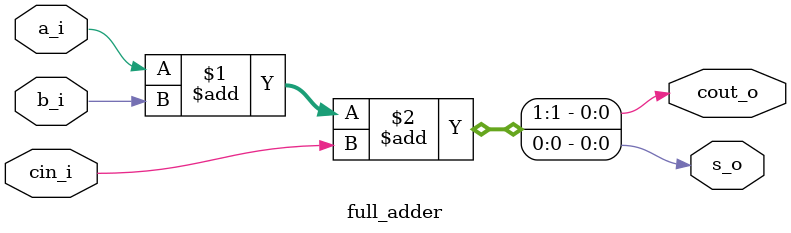
<source format=v>
module full_adder
(
input a_i,
input b_i,
input cin_i,
output s_o,
output cout_o
);

assign {cout_o,s_o} = a_i + b_i + cin_i;

endmodule


</source>
